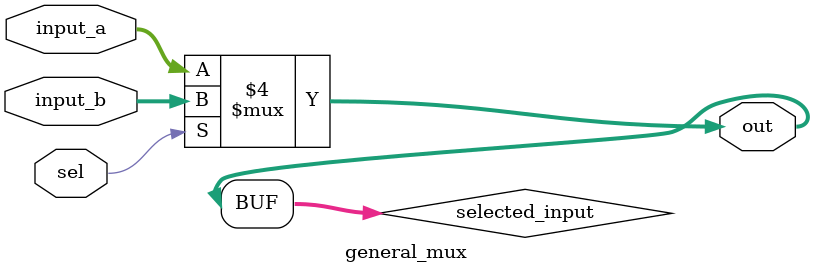
<source format=v>
/* multiplexador que escolhe entre dois números de 64 bits */
module general_mux #(
    parameter WORDSIZE = 64
) (
    input wire [WORDSIZE-1:0] input_a,  /* input a */
    input wire [WORDSIZE-1:0] input_b,  /* input b */
    input wire sel,                     /* seletor */
    output wire [WORDSIZE-1:0] out      /* output */
);
    reg [WORDSIZE-1:0] selected_input;

    always @(*) begin
        if(sel == 0) 
            selected_input = input_a;
        else
            selected_input = input_b;
    end

    assign out = selected_input;
endmodule
</source>
